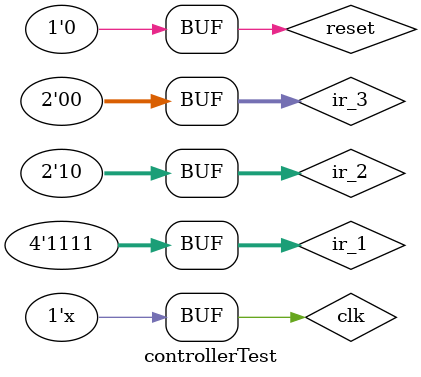
<source format=v>
`timescale 1ns / 1ps


module controllerTest;

	// Inputs
	reg [3:0] ir_1;
	reg [1:0] ir_2;
	reg [1:0] ir_3;
	reg clk;
	reg reset;

	// Outputs
	reg [1:0] aluOp;
	reg memReadWrite;
	reg branch;
	reg regLoad;
	reg [1:0] muxPP;
	reg muxpush;
	reg muxreturn;

	// Instantiate the Unit Under Test (UUT)
	controller uut (
		.ir_1(ir_1), 
		.ir_2(ir_2), 
		.ir_3(ir_3), 
		.clk(clk), 
		.reset(reset), 
		.aluOp(aluOp), 
		.memReadWrite(memReadWrite), 
		.branch(branch), 
		.regLoad(regLoad), 
		.muxPP(muxPP), 
		.muxpush(muxpush), 
		.muxreturn(muxreturn)
	);

	initial begin
		// Initialize Inputs
		ir_1 = 0;
		ir_2 = 0;
		ir_3 = 0;
		clk = 0;
		reset = 0;

		// Wait 100 ns for global reset to finish
		#100;
		clk=1;
		ir_1 = 4'b1111;
		ir_2 = 2'b10;
		ir_3 = 2'b11;
		
		#40
		clk=0;
		#40
		clk=1;
		ir_1 = 4'b1001;
		ir_2 = 2'b00;
		ir_3 = 2'b01;		

		#40
		clk=0;
		#40
		clk =1;
		ir_1 = 4'b1011;
		ir_2 = 2'b10;
		ir_3 = 2'b00;	
		#40
		clk =0;
		#40
		clk =1;
		ir_1 = 4'b1111;
		ir_2 = 2'b00;
		ir_3 = 2'b10;
		#40 
		clk=0;
		#40
		clk =1;
		ir_1 = 4'b1010;
		ir_2 = 2'b10;
		ir_3 = 2'b00;	
		#40
		clk =0;
		#40
		clk =1;
		ir_1 = 4'b1111;
		ir_2 = 2'b10;
		ir_3 = 2'b00;	
		#40
		clk =0;
		// Add stimulus here

	end
	always #40 clk = ~clk;
      
endmodule


</source>
